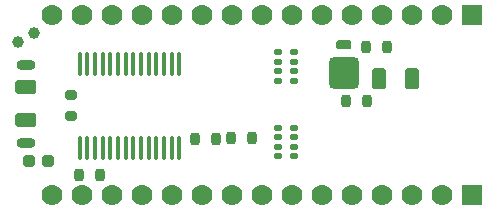
<source format=gbr>
%TF.GenerationSoftware,KiCad,Pcbnew,9.0.1*%
%TF.CreationDate,2025-04-20T22:50:28-04:00*%
%TF.ProjectId,NanoV3.3_Min,4e616e6f-5633-42e3-935f-4d696e2e6b69,rev?*%
%TF.SameCoordinates,Original*%
%TF.FileFunction,Soldermask,Bot*%
%TF.FilePolarity,Negative*%
%FSLAX46Y46*%
G04 Gerber Fmt 4.6, Leading zero omitted, Abs format (unit mm)*
G04 Created by KiCad (PCBNEW 9.0.1) date 2025-04-20 22:50:28*
%MOMM*%
%LPD*%
G01*
G04 APERTURE LIST*
G04 Aperture macros list*
%AMRoundRect*
0 Rectangle with rounded corners*
0 $1 Rounding radius*
0 $2 $3 $4 $5 $6 $7 $8 $9 X,Y pos of 4 corners*
0 Add a 4 corners polygon primitive as box body*
4,1,4,$2,$3,$4,$5,$6,$7,$8,$9,$2,$3,0*
0 Add four circle primitives for the rounded corners*
1,1,$1+$1,$2,$3*
1,1,$1+$1,$4,$5*
1,1,$1+$1,$6,$7*
1,1,$1+$1,$8,$9*
0 Add four rect primitives between the rounded corners*
20,1,$1+$1,$2,$3,$4,$5,0*
20,1,$1+$1,$4,$5,$6,$7,0*
20,1,$1+$1,$6,$7,$8,$9,0*
20,1,$1+$1,$8,$9,$2,$3,0*%
G04 Aperture macros list end*
%ADD10RoundRect,0.500000X-0.000010X-0.000010X0.000010X-0.000010X0.000010X0.000010X-0.000010X0.000010X0*%
%ADD11O,1.600000X0.900000*%
%ADD12RoundRect,0.359360X-0.089840X0.190640X-0.089840X-0.190640X0.089840X-0.190640X0.089840X0.190640X0*%
%ADD13RoundRect,0.381000X0.889000X-0.952500X0.889000X0.952500X-0.889000X0.952500X-0.889000X-0.952500X0*%
%ADD14RoundRect,0.114300X0.520700X-0.266700X0.520700X0.266700X-0.520700X0.266700X-0.520700X-0.266700X0*%
%ADD15R,1.778000X1.778000*%
%ADD16C,1.778000*%
%ADD17RoundRect,0.359360X0.089840X-0.190640X0.089840X0.190640X-0.089840X0.190640X-0.089840X-0.190640X0*%
%ADD18RoundRect,0.076200X0.248800X-0.173800X0.248800X0.173800X-0.248800X0.173800X-0.248800X-0.173800X0*%
%ADD19RoundRect,0.167640X0.721360X-0.391160X0.721360X0.391160X-0.721360X0.391160X-0.721360X-0.391160X0*%
%ADD20RoundRect,0.076200X-0.248800X0.173800X-0.248800X-0.173800X0.248800X-0.173800X0.248800X0.173800X0*%
%ADD21RoundRect,0.190500X0.000010X0.825500X-0.000010X0.825500X-0.000010X-0.825500X0.000010X-0.825500X0*%
%ADD22RoundRect,0.142500X-0.332500X-0.357500X0.332500X-0.357500X0.332500X0.357500X-0.332500X0.357500X0*%
%ADD23RoundRect,0.359360X0.190640X0.089840X-0.190640X0.089840X-0.190640X-0.089840X0.190640X-0.089840X0*%
%ADD24RoundRect,0.167640X-0.391160X-0.721360X0.391160X-0.721360X0.391160X0.721360X-0.391160X0.721360X0*%
G04 APERTURE END LIST*
D10*
%TO.C,D+1*%
X126650000Y-96225000D03*
%TD*%
D11*
%TO.C,J3*%
X127350000Y-98175000D03*
X127350000Y-104775000D03*
%TD*%
D10*
%TO.C,D-1*%
X128050000Y-95475000D03*
%TD*%
D12*
%TO.C,C4*%
X144703800Y-104368600D03*
X146481800Y-104368600D03*
%TD*%
D13*
%TO.C,D1*%
X154305000Y-98871000D03*
D14*
X154305000Y-96521000D03*
%TD*%
D15*
%TO.C,J1*%
X165100000Y-93980000D03*
D16*
X162560000Y-93980000D03*
X160020000Y-93980000D03*
X157480000Y-93980000D03*
X154940000Y-93980000D03*
X152400000Y-93980000D03*
X149860000Y-93980000D03*
X147320000Y-93980000D03*
X144780000Y-93980000D03*
X142240000Y-93980000D03*
X139700000Y-93980000D03*
X137160000Y-93980000D03*
X134620000Y-93980000D03*
X132080000Y-93980000D03*
X129540000Y-93980000D03*
%TD*%
D17*
%TO.C,C5*%
X143433800Y-104444800D03*
X141655800Y-104444800D03*
%TD*%
D18*
%TO.C,RP2*%
X148677000Y-99498000D03*
X148677000Y-98698000D03*
X148677000Y-97898000D03*
X148677000Y-97098000D03*
X150027000Y-97098000D03*
X150027000Y-97898000D03*
X150027000Y-98698000D03*
X150027000Y-99498000D03*
%TD*%
D12*
%TO.C,C7*%
X156133800Y-96647000D03*
X157911800Y-96647000D03*
%TD*%
D17*
%TO.C,C1*%
X133654000Y-107467400D03*
X131876000Y-107467400D03*
%TD*%
D19*
%TO.C,C6*%
X127325000Y-102847000D03*
X127325000Y-100053000D03*
%TD*%
D15*
%TO.C,J2*%
X165100000Y-109220000D03*
D16*
X162560000Y-109220000D03*
X160020000Y-109220000D03*
X157480000Y-109220000D03*
X154940000Y-109220000D03*
X152400000Y-109220000D03*
X149860000Y-109220000D03*
X147320000Y-109220000D03*
X144780000Y-109220000D03*
X142240000Y-109220000D03*
X139700000Y-109220000D03*
X137160000Y-109220000D03*
X134620000Y-109220000D03*
X132080000Y-109220000D03*
X129540000Y-109220000D03*
%TD*%
D20*
%TO.C,RP1*%
X150025000Y-103500000D03*
X150025000Y-104300000D03*
X150025000Y-105100000D03*
X150025000Y-105900000D03*
X148675000Y-105900000D03*
X148675000Y-105100000D03*
X148675000Y-104300000D03*
X148675000Y-103500000D03*
%TD*%
D21*
%TO.C,IC2*%
X140335000Y-105181400D03*
X139684800Y-105181400D03*
X139035000Y-105181400D03*
X138385000Y-105181400D03*
X137734800Y-105181400D03*
X137085100Y-105181400D03*
X136435300Y-105181400D03*
X135785100Y-105181400D03*
X135135100Y-105181400D03*
X134484900Y-105181400D03*
X133834600Y-105181400D03*
X133184900Y-105181400D03*
X132535200Y-105181400D03*
X131884900Y-105181400D03*
X131884900Y-98069400D03*
X132535200Y-98069400D03*
X133184900Y-98069400D03*
X133834600Y-98069400D03*
X134484900Y-98069400D03*
X135135100Y-98069400D03*
X135785100Y-98069400D03*
X136435300Y-98069400D03*
X137085100Y-98069400D03*
X137734800Y-98069400D03*
X138385000Y-98069400D03*
X139035000Y-98069400D03*
X139685300Y-98069400D03*
X140335000Y-98069400D03*
%TD*%
D22*
%TO.C,F1*%
X127600000Y-106275000D03*
X129200000Y-106275000D03*
%TD*%
D23*
%TO.C,C8*%
X131175000Y-100697000D03*
X131175000Y-102475000D03*
%TD*%
D24*
%TO.C,C3*%
X157251400Y-99339400D03*
X160045400Y-99339400D03*
%TD*%
D17*
%TO.C,C2*%
X156260800Y-101219000D03*
X154482800Y-101219000D03*
%TD*%
M02*

</source>
